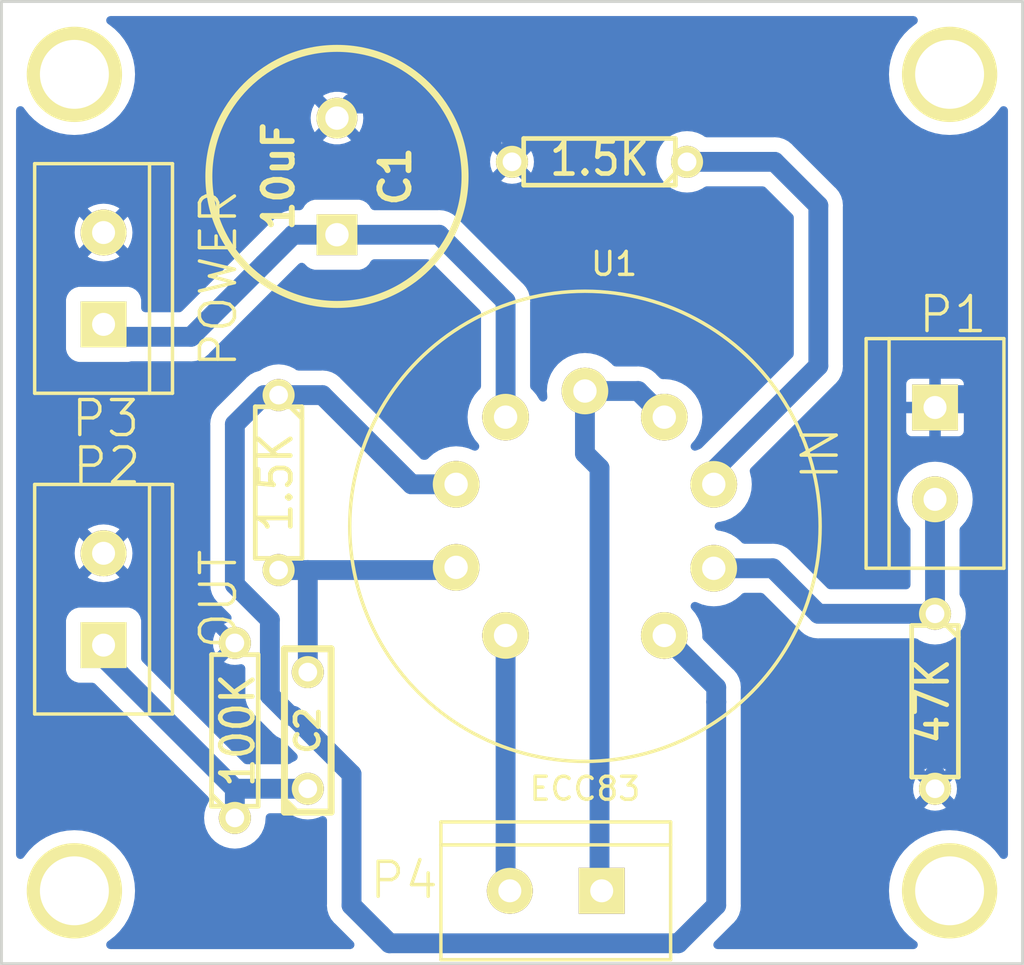
<source format=kicad_pcb>
(kicad_pcb (version 20221018) (generator pcbnew)
  (layers (0 "F.Cu" signal "Composant") (31 "B.Cu" signal "Cuivre") (34 "B.Paste" user) (35 "F.Paste" user) (36 "B.SilkS" user "B.Silkscreen") (37 "F.SilkS" user "F.Silkscreen") (38 "B.Mask" user) (39 "F.Mask" user) (44 "Edge.Cuts" user))
  (net 0 "")
  (net 1 "GND")
  (net 2 "Net-(C1-Pad1)")
  (net 3 "Net-(C2-Pad1)")
  (net 4 "Net-(C2-Pad2)")
  (net 5 "Net-(P1-Pad2)")
  (net 6 "Net-(P4-Pad1)")
  (net 7 "Net-(P4-Pad2)")
  (net 8 "Net-(R1-Pad1)")
  (net 9 "Net-(R2-Pad1)")
  (net 10 "Net-(P5-Pad1)")
  (net 11 "Net-(P6-Pad1)")
  (net 12 "Net-(P7-Pad1)")
  (net 13 "Net-(P8-Pad1)")
  (footprint "discret:C2V10" (layer "F.Cu") (at 138.43 98.425 90)
    (fp_text reference "C1" (at 0 2.54 90) (layer "F.SilkS") (effects (font (size 1.27 1.27) (thickness 0.254))))
    (fp_text value "10uF" (at 0 -2.54 90) (layer "F.SilkS") (effects (font (size 1.27 1.27) (thickness 0.254))))
    (fp_circle (center 0 0) (end 4.826 -2.794) (stroke (width 0.3048)) (fill none) (layer "F.SilkS"))
    (pad "1" thru_hole rect (at -2.54 0 90) (size 1.778 1.778) (drill 1.016) (layers "*.Cu" "*.Mask" "F.SilkS") (net 2 "Net-(C1-Pad1)"))
    (pad "2" thru_hole circle (at 2.54 0 90) (size 1.778 1.778) (drill 1.016) (layers "*.Cu" "*.Mask" "F.SilkS") (net 1 "GND"))
  )
  (footprint "discret:C2" (layer "F.Cu") (at 137.16 122.555 90)
    (fp_text reference "C2" (at 0 0 90) (layer "F.SilkS") (effects (font (size 1.016 1.016) (thickness 0.2032))))
    (fp_text value "680nF" hide)
    (fp_line (start -3.556 -1.016) (end 3.556 -1.016) (stroke (width 0.3048)) (layer "F.SilkS"))
    (fp_line (start -3.556 -0.508) (end -3.048 -1.016) (stroke (width 0.3048)) (layer "F.SilkS"))
    (fp_line (start -3.556 1.016) (end -3.556 -1.016) (stroke (width 0.3048)) (layer "F.SilkS"))
    (fp_line (start 3.556 -1.016) (end 3.556 1.016) (stroke (width 0.3048)) (layer "F.SilkS"))
    (fp_line (start 3.556 1.016) (end -3.556 1.016) (stroke (width 0.3048)) (layer "F.SilkS"))
    (pad "1" thru_hole circle (at -2.54 0 90) (size 1.397 1.397) (drill 0.8128) (layers "*.Cu" "*.Mask" "F.SilkS") (net 3 "Net-(C2-Pad1)"))
    (pad "2" thru_hole circle (at 2.54 0 90) (size 1.397 1.397) (drill 0.8128) (layers "*.Cu" "*.Mask" "F.SilkS") (net 4 "Net-(C2-Pad2)"))
  )
  (footprint "connect:bornier2" (layer "F.Cu") (at 164.465 110.49 -90)
    (fp_text reference "P1" (at -6.05 -0.775) (layer "F.SilkS") (effects (font (size 1.524 1.524))))
    (fp_text value "IN" (at 0 5 270) (layer "F.SilkS") (effects (font (size 1.524 1.524))))
    (fp_line (start -5 -3) (end -5 3) (stroke (width 0.15)) (layer "F.SilkS"))
    (fp_line (start -5 3) (end 5 3) (stroke (width 0.15)) (layer "F.SilkS"))
    (fp_line (start 5 -3) (end -5 -3) (stroke (width 0.15)) (layer "F.SilkS"))
    (fp_line (start 5 2) (end -5 2) (stroke (width 0.15)) (layer "F.SilkS"))
    (fp_line (start 5 3) (end 5 -3) (stroke (width 0.15)) (layer "F.SilkS"))
    (pad "1" thru_hole rect (at -2 0 270) (size 2 2) (drill 1) (layers "*.Cu" "*.Mask" "F.SilkS") (net 1 "GND"))
    (pad "2" thru_hole circle (at 2 0 270) (size 2 2) (drill 1) (layers "*.Cu" "*.Mask" "F.SilkS") (net 5 "Net-(P1-Pad2)"))
  )
  (footprint "connect:bornier2" (layer "F.Cu") (at 128.27 116.84 90)
    (fp_text reference "P2" (at 5.81 0.14 180) (layer "F.SilkS") (effects (font (size 1.524 1.524))))
    (fp_text value "OUT" (at 0 5 90) (layer "F.SilkS") (effects (font (size 1.524 1.524))))
    (fp_line (start -5 -3) (end -5 3) (stroke (width 0.15)) (layer "F.SilkS"))
    (fp_line (start -5 3) (end 5 3) (stroke (width 0.15)) (layer "F.SilkS"))
    (fp_line (start 5 -3) (end -5 -3) (stroke (width 0.15)) (layer "F.SilkS"))
    (fp_line (start 5 2) (end -5 2) (stroke (width 0.15)) (layer "F.SilkS"))
    (fp_line (start 5 3) (end 5 -3) (stroke (width 0.15)) (layer "F.SilkS"))
    (pad "1" thru_hole rect (at -2 0 90) (size 2 2) (drill 1) (layers "*.Cu" "*.Mask" "F.SilkS") (net 3 "Net-(C2-Pad1)"))
    (pad "2" thru_hole circle (at 2 0 90) (size 2 2) (drill 1) (layers "*.Cu" "*.Mask" "F.SilkS") (net 1 "GND"))
  )
  (footprint "connect:bornier2" (layer "F.Cu") (at 128.27 102.87 90)
    (fp_text reference "P3" (at -6.1 0.09 180) (layer "F.SilkS") (effects (font (size 1.524 1.524))))
    (fp_text value "POWER" (at 0 5 90) (layer "F.SilkS") (effects (font (size 1.524 1.524))))
    (fp_line (start -5 -3) (end -5 3) (stroke (width 0.15)) (layer "F.SilkS"))
    (fp_line (start -5 3) (end 5 3) (stroke (width 0.15)) (layer "F.SilkS"))
    (fp_line (start 5 -3) (end -5 -3) (stroke (width 0.15)) (layer "F.SilkS"))
    (fp_line (start 5 2) (end -5 2) (stroke (width 0.15)) (layer "F.SilkS"))
    (fp_line (start 5 3) (end 5 -3) (stroke (width 0.15)) (layer "F.SilkS"))
    (pad "1" thru_hole rect (at -2 0 90) (size 2 2) (drill 1) (layers "*.Cu" "*.Mask" "F.SilkS") (net 2 "Net-(C1-Pad1)"))
    (pad "2" thru_hole circle (at 2 0 90) (size 2 2) (drill 1) (layers "*.Cu" "*.Mask" "F.SilkS") (net 1 "GND"))
  )
  (footprint "connect:bornier2" (layer "F.Cu") (at 147.955 129.54 180)
    (fp_text reference "P4" (at 6.605 0.46 180) (layer "F.SilkS") (effects (font (size 1.524 1.524))))
    (fp_text value "CONN_2" hide)
    (fp_line (start -5 -3) (end -5 3) (stroke (width 0.15)) (layer "F.SilkS"))
    (fp_line (start -5 3) (end 5 3) (stroke (width 0.15)) (layer "F.SilkS"))
    (fp_line (start 5 -3) (end -5 -3) (stroke (width 0.15)) (layer "F.SilkS"))
    (fp_line (start 5 2) (end -5 2) (stroke (width 0.15)) (layer "F.SilkS"))
    (fp_line (start 5 3) (end 5 -3) (stroke (width 0.15)) (layer "F.SilkS"))
    (pad "1" thru_hole rect (at -2 0 180) (size 2 2) (drill 1) (layers "*.Cu" "*.Mask" "F.SilkS") (net 6 "Net-(P4-Pad1)"))
    (pad "2" thru_hole circle (at 2 0 180) (size 2 2) (drill 1) (layers "*.Cu" "*.Mask" "F.SilkS") (net 7 "Net-(P4-Pad2)"))
  )
  (footprint "connect:1pin" (layer "F.Cu") (at 127 93.98)
    (fp_text reference "P5" hide)
    (fp_text value "CONN_1" hide)
    (fp_circle (center 0 0) (end 0 -2) (stroke (width 0.15)) (fill none) (layer "F.SilkS"))
    (pad "1" thru_hole circle (at 0 0) (size 4 4) (drill 3) (layers "*.Cu" "*.Mask" "F.SilkS") (net 10 "Net-(P5-Pad1)"))
  )
  (footprint "connect:1pin" (layer "F.Cu") (at 165.1 93.98)
    (fp_text reference "P6" hide)
    (fp_text value "CONN_1" hide)
    (fp_circle (center 0 0) (end 0 -2) (stroke (width 0.15)) (fill none) (layer "F.SilkS"))
    (pad "1" thru_hole circle (at 0 0) (size 4 4) (drill 3) (layers "*.Cu" "*.Mask" "F.SilkS") (net 11 "Net-(P6-Pad1)"))
  )
  (footprint "connect:1pin" (layer "F.Cu") (at 165.1 129.54)
    (fp_text reference "P7" hide)
    (fp_text value "CONN_1" hide)
    (fp_circle (center 0 0) (end 0 -2) (stroke (width 0.15)) (fill none) (layer "F.SilkS"))
    (pad "1" thru_hole circle (at 0 0) (size 4 4) (drill 3) (layers "*.Cu" "*.Mask" "F.SilkS") (net 12 "Net-(P7-Pad1)"))
  )
  (footprint "connect:1pin" (layer "F.Cu") (at 127 129.54)
    (fp_text reference "P8" hide)
    (fp_text value "CONN_1" hide)
    (fp_circle (center 0 0) (end 0 -2) (stroke (width 0.15)) (fill none) (layer "F.SilkS"))
    (pad "1" thru_hole circle (at 0 0) (size 4 4) (drill 3) (layers "*.Cu" "*.Mask" "F.SilkS") (net 13 "Net-(P8-Pad1)"))
  )
  (footprint "discret:R3" (layer "F.Cu") (at 135.89 111.76 -90)
    (fp_text reference "R1" hide)
    (fp_text value "1.5K" (at 0 0.127 270) (layer "F.SilkS") (effects (font (size 1.397 1.27) (thickness 0.2032))))
    (fp_line (start -3.81 0) (end -3.302 0) (stroke (width 0.2032)) (layer "F.SilkS"))
    (fp_line (start -3.302 -1.016) (end -3.302 1.016) (stroke (width 0.2032)) (layer "F.SilkS"))
    (fp_line (start -3.302 -0.508) (end -2.794 -1.016) (stroke (width 0.2032)) (layer "F.SilkS"))
    (fp_line (start -3.302 1.016) (end 3.302 1.016) (stroke (width 0.2032)) (layer "F.SilkS"))
    (fp_line (start 3.302 -1.016) (end -3.302 -1.016) (stroke (width 0.2032)) (layer "F.SilkS"))
    (fp_line (start 3.302 0) (end 3.302 -1.016) (stroke (width 0.2032)) (layer "F.SilkS"))
    (fp_line (start 3.302 1.016) (end 3.302 0) (stroke (width 0.2032)) (layer "F.SilkS"))
    (fp_line (start 3.81 0) (end 3.302 0) (stroke (width 0.2032)) (layer "F.SilkS"))
    (pad "1" thru_hole circle (at -3.81 0 270) (size 1.397 1.397) (drill 0.8128) (layers "*.Cu" "*.Mask" "F.SilkS") (net 8 "Net-(R1-Pad1)"))
    (pad "2" thru_hole circle (at 3.81 0 270) (size 1.397 1.397) (drill 0.8128) (layers "*.Cu" "*.Mask" "F.SilkS") (net 4 "Net-(C2-Pad2)"))
  )
  (footprint "discret:R3" (layer "F.Cu") (at 149.86 97.79 180)
    (fp_text reference "R2" hide)
    (fp_text value "1.5K" (at 0 0.127 180) (layer "F.SilkS") (effects (font (size 1.397 1.27) (thickness 0.2032))))
    (fp_line (start -3.81 0) (end -3.302 0) (stroke (width 0.2032)) (layer "F.SilkS"))
    (fp_line (start -3.302 -1.016) (end -3.302 1.016) (stroke (width 0.2032)) (layer "F.SilkS"))
    (fp_line (start -3.302 -0.508) (end -2.794 -1.016) (stroke (width 0.2032)) (layer "F.SilkS"))
    (fp_line (start -3.302 1.016) (end 3.302 1.016) (stroke (width 0.2032)) (layer "F.SilkS"))
    (fp_line (start 3.302 -1.016) (end -3.302 -1.016) (stroke (width 0.2032)) (layer "F.SilkS"))
    (fp_line (start 3.302 0) (end 3.302 -1.016) (stroke (width 0.2032)) (layer "F.SilkS"))
    (fp_line (start 3.302 1.016) (end 3.302 0) (stroke (width 0.2032)) (layer "F.SilkS"))
    (fp_line (start 3.81 0) (end 3.302 0) (stroke (width 0.2032)) (layer "F.SilkS"))
    (pad "1" thru_hole circle (at -3.81 0 180) (size 1.397 1.397) (drill 0.8128) (layers "*.Cu" "*.Mask" "F.SilkS") (net 9 "Net-(R2-Pad1)"))
    (pad "2" thru_hole circle (at 3.81 0 180) (size 1.397 1.397) (drill 0.8128) (layers "*.Cu" "*.Mask" "F.SilkS") (net 1 "GND"))
  )
  (footprint "discret:R3" (layer "F.Cu") (at 133.985 122.555 90)
    (fp_text reference "R3" hide)
    (fp_text value "100K" (at 0 0.127 90) (layer "F.SilkS") (effects (font (size 1.397 1.27) (thickness 0.2032))))
    (fp_line (start -3.81 0) (end -3.302 0) (stroke (width 0.2032)) (layer "F.SilkS"))
    (fp_line (start -3.302 -1.016) (end -3.302 1.016) (stroke (width 0.2032)) (layer "F.SilkS"))
    (fp_line (start -3.302 -0.508) (end -2.794 -1.016) (stroke (width 0.2032)) (layer "F.SilkS"))
    (fp_line (start -3.302 1.016) (end 3.302 1.016) (stroke (width 0.2032)) (layer "F.SilkS"))
    (fp_line (start 3.302 -1.016) (end -3.302 -1.016) (stroke (width 0.2032)) (layer "F.SilkS"))
    (fp_line (start 3.302 0) (end 3.302 -1.016) (stroke (width 0.2032)) (layer "F.SilkS"))
    (fp_line (start 3.302 1.016) (end 3.302 0) (stroke (width 0.2032)) (layer "F.SilkS"))
    (fp_line (start 3.81 0) (end 3.302 0) (stroke (width 0.2032)) (layer "F.SilkS"))
    (pad "1" thru_hole circle (at -3.81 0 90) (size 1.397 1.397) (drill 0.8128) (layers "*.Cu" "*.Mask" "F.SilkS") (net 3 "Net-(C2-Pad1)"))
    (pad "2" thru_hole circle (at 3.81 0 90) (size 1.397 1.397) (drill 0.8128) (layers "*.Cu" "*.Mask" "F.SilkS") (net 1 "GND"))
  )
  (footprint "discret:R3" (layer "F.Cu") (at 164.465 121.285 -90)
    (fp_text reference "R4" hide)
    (fp_text value "47K" (at 0 0.127 270) (layer "F.SilkS") (effects (font (size 1.397 1.27) (thickness 0.2032))))
    (fp_line (start -3.81 0) (end -3.302 0) (stroke (width 0.2032)) (layer "F.SilkS"))
    (fp_line (start -3.302 -1.016) (end -3.302 1.016) (stroke (width 0.2032)) (layer "F.SilkS"))
    (fp_line (start -3.302 -0.508) (end -2.794 -1.016) (stroke (width 0.2032)) (layer "F.SilkS"))
    (fp_line (start -3.302 1.016) (end 3.302 1.016) (stroke (width 0.2032)) (layer "F.SilkS"))
    (fp_line (start 3.302 -1.016) (end -3.302 -1.016) (stroke (width 0.2032)) (layer "F.SilkS"))
    (fp_line (start 3.302 0) (end 3.302 -1.016) (stroke (width 0.2032)) (layer "F.SilkS"))
    (fp_line (start 3.302 1.016) (end 3.302 0) (stroke (width 0.2032)) (layer "F.SilkS"))
    (fp_line (start 3.81 0) (end 3.302 0) (stroke (width 0.2032)) (layer "F.SilkS"))
    (pad "1" thru_hole circle (at -3.81 0 270) (size 1.397 1.397) (drill 0.8128) (layers "*.Cu" "*.Mask" "F.SilkS") (net 5 "Net-(P1-Pad2)"))
    (pad "2" thru_hole circle (at 3.81 0 270) (size 1.397 1.397) (drill 0.8128) (layers "*.Cu" "*.Mask" "F.SilkS") (net 1 "GND"))
  )
  (footprint "Valves:VALVE-ECC-83-1" (layer "F.Cu") (at 149.225 113.665)
    (fp_text reference "U1" (at 1.27 -11.43) (layer "F.SilkS"))
    (fp_text value "ECC83" (at 0 11.43) (layer "F.SilkS"))
    (fp_circle (center 0 0) (end 10.16 1.27) (stroke (width 0.15)) (fill none) (layer "F.SilkS"))
    (pad "1" thru_hole circle (at 3.4544 4.75488) (size 2.032 2.032) (drill 1.016) (layers "*.Cu" "*.Mask" "F.SilkS") (net 8 "Net-(R1-Pad1)"))
    (pad "2" thru_hole circle (at 5.60832 1.8288) (size 2.032 2.032) (drill 1.016) (layers "*.Cu" "*.Mask" "F.SilkS") (net 5 "Net-(P1-Pad2)"))
    (pad "3" thru_hole circle (at 5.60832 -1.8288) (size 2.032 2.032) (drill 1.016) (layers "*.Cu" "*.Mask" "F.SilkS") (net 9 "Net-(R2-Pad1)"))
    (pad "4" thru_hole circle (at 3.4544 -4.75488) (size 2.032 2.032) (drill 1.016) (layers "*.Cu" "*.Mask" "F.SilkS") (net 6 "Net-(P4-Pad1)"))
    (pad "5" thru_hole circle (at 0 -5.8928) (size 2.032 2.032) (drill 1.016) (layers "*.Cu" "*.Mask" "F.SilkS") (net 6 "Net-(P4-Pad1)"))
    (pad "6" thru_hole circle (at -3.4544 -4.75488) (size 2.032 2.032) (drill 1.016) (layers "*.Cu" "*.Mask" "F.SilkS") (net 2 "Net-(C1-Pad1)"))
    (pad "7" thru_hole circle (at -5.60832 -1.8288) (size 2.032 2.032) (drill 1.016) (layers "*.Cu" "*.Mask" "F.SilkS") (net 8 "Net-(R1-Pad1)"))
    (pad "8" thru_hole circle (at -5.60832 1.78816) (size 2.032 2.032) (drill 1.016) (layers "*.Cu" "*.Mask" "F.SilkS") (net 4 "Net-(C2-Pad2)"))
    (pad "9" thru_hole circle (at -3.4544 4.75488) (size 2.032 2.032) (drill 1.016) (layers "*.Cu" "*.Mask" "F.SilkS") (net 7 "Net-(P4-Pad2)"))
  )
  (gr_line (start 123.825 132.715) (end 168.275 132.715) (stroke (width 0.127)) (layer "Edge.Cuts"))
  (gr_line (start 168.275 90.805) (end 168.275 132.715) (stroke (width 0.127)) (layer "Edge.Cuts"))
  (gr_line (start 168.275 90.805) (end 123.825 90.805) (stroke (width 0.127)) (layer "Edge.Cuts"))
  (gr_line (start 123.825 90.805) (end 123.825 132.715) (stroke (width 0.127)) (layer "Edge.Cuts"))
  (segment (start 142.24 95.25) (end 146.05 95.25) (width 0.8636) (layer "B.Cu") (net 1))
  (segment (start 139.065 95.25) (end 142.24 95.25) (width 0.8636) (layer "B.Cu") (net 1))
  (segment (start 164.465 125.095) (end 164.465 124.46) (width 0.8636) (layer "B.Cu") (net 1))
  (segment (start 138.43 95.885) (end 139.065 95.25) (width 0.8636) (layer "B.Cu") (net 1))
  (segment (start 146.05 97.79) (end 146.05 95.25) (width 0.8636) (layer "B.Cu") (net 1))
  (segment (start 164.465 107.95) (end 165.735 107.95) (width 0.8636) (layer "B.Cu") (net 1))
  (segment (start 142.875 100.965) (end 138.43 100.965) (width 0.8636) (layer "B.Cu") (net 2))
  (segment (start 138.43 100.965) (end 136.525 100.965) (width 0.8636) (layer "B.Cu") (net 2))
  (segment (start 145.7706 103.8606) (end 142.875 100.965) (width 0.8636) (layer "B.Cu") (net 2))
  (segment (start 128.27 105.41) (end 132.08 105.41) (width 0.8636) (layer "B.Cu") (net 2))
  (segment (start 145.7706 108.91012) (end 145.7706 103.8606) (width 0.8636) (layer "B.Cu") (net 2))
  (segment (start 132.08 105.41) (end 135.255 102.235) (width 0.8636) (layer "B.Cu") (net 2))
  (segment (start 136.525 100.965) (end 135.255 102.235) (width 0.8636) (layer "B.Cu") (net 2))
  (segment (start 137.16 125.095) (end 133.985 125.095) (width 0.8636) (layer "B.Cu") (net 3))
  (segment (start 133.985 126.365) (end 133.985 125.095) (width 0.8636) (layer "B.Cu") (net 3))
  (segment (start 133.985 125.095) (end 128.27 119.38) (width 0.8636) (layer "B.Cu") (net 3))
  (segment (start 137.16 120.015) (end 137.16 115.57) (width 0.8636) (layer "B.Cu") (net 4))
  (segment (start 143.49984 115.57) (end 143.61668 115.45316) (width 0.8636) (layer "B.Cu") (net 4))
  (segment (start 137.16 115.57) (end 143.49984 115.57) (width 0.8636) (layer "B.Cu") (net 4))
  (segment (start 135.89 115.57) (end 137.16 115.57) (width 0.8636) (layer "B.Cu") (net 4))
  (segment (start 164.465 117.475) (end 164.465 113.03) (width 0.8636) (layer "B.Cu") (net 5))
  (segment (start 157.4038 115.4938) (end 159.385 117.475) (width 0.8636) (layer "B.Cu") (net 5))
  (segment (start 154.83332 115.4938) (end 157.4038 115.4938) (width 0.8636) (layer "B.Cu") (net 5))
  (segment (start 159.385 117.475) (end 164.465 117.475) (width 0.8636) (layer "B.Cu") (net 5))
  (segment (start 149.86 111.125) (end 149.86 128.905) (width 0.8636) (layer "B.Cu") (net 6))
  (segment (start 149.225 107.7722) (end 149.225 110.49) (width 0.8636) (layer "B.Cu") (net 6))
  (segment (start 151.54148 107.7722) (end 152.6794 108.91012) (width 0.8636) (layer "B.Cu") (net 6))
  (segment (start 149.225 110.49) (end 149.86 111.125) (width 0.8636) (layer "B.Cu") (net 6))
  (segment (start 149.86 128.905) (end 150.495 129.54) (width 0.8636) (layer "B.Cu") (net 6))
  (segment (start 149.225 107.7722) (end 151.54148 107.7722) (width 0.8636) (layer "B.Cu") (net 6))
  (segment (start 145.7706 118.41988) (end 145.7706 129.1844) (width 0.8636) (layer "B.Cu") (net 7))
  (segment (start 145.7706 129.1844) (end 145.415 129.54) (width 0.8636) (layer "B.Cu") (net 7))
  (segment (start 135.89 107.95) (end 137.795 107.95) (width 0.8636) (layer "B.Cu") (net 8))
  (segment (start 133.985 109.22) (end 133.985 116.205) (width 0.8636) (layer "B.Cu") (net 8))
  (segment (start 154.94 120.68048) (end 152.6794 118.41988) (width 0.8636) (layer "B.Cu") (net 8))
  (segment (start 141.6812 111.8362) (end 137.795 107.95) (width 0.8636) (layer "B.Cu") (net 8))
  (segment (start 153.289 131.826) (end 154.94 130.175) (width 0.8636) (layer "B.Cu") (net 8))
  (segment (start 135.509 117.729) (end 133.985 116.205) (width 0.8636) (layer "B.Cu") (net 8))
  (segment (start 154.94 130.175) (end 154.94 121.31548) (width 0.8636) (layer "B.Cu") (net 8))
  (segment (start 136.525 121.92) (end 136.398 121.92) (width 0.8636) (layer "B.Cu") (net 8))
  (segment (start 135.509 121.031) (end 135.509 117.729) (width 0.8636) (layer "B.Cu") (net 8))
  (segment (start 143.61668 111.8362) (end 141.6812 111.8362) (width 0.8636) (layer "B.Cu") (net 8))
  (segment (start 154.94 121.31548) (end 154.94 120.68048) (width 0.8636) (layer "B.Cu") (net 8))
  (segment (start 136.525 121.92) (end 139.065 124.46) (width 0.8636) (layer "B.Cu") (net 8))
  (segment (start 154.94 121.31548) (end 154.94 121.31548) (width 0.8636) (layer "B.Cu") (net 8))
  (segment (start 139.065 124.46) (end 139.065 130.175) (width 0.8636) (layer "B.Cu") (net 8))
  (segment (start 135.89 107.95) (end 135.255 107.95) (width 0.8636) (layer "B.Cu") (net 8))
  (segment (start 139.065 130.175) (end 140.335 131.445) (width 0.8636) (layer "B.Cu") (net 8))
  (segment (start 140.716 131.826) (end 153.289 131.826) (width 0.8636) (layer "B.Cu") (net 8))
  (segment (start 136.398 121.92) (end 135.509 121.031) (width 0.8636) (layer "B.Cu") (net 8))
  (segment (start 140.335 131.445) (end 140.716 131.826) (width 0.8636) (layer "B.Cu") (net 8))
  (segment (start 135.255 107.95) (end 133.985 109.22) (width 0.8636) (layer "B.Cu") (net 8))
  (segment (start 159.385 106.68) (end 159.385 99.695) (width 0.8636) (layer "B.Cu") (net 9))
  (segment (start 153.67 97.79) (end 157.48 97.79) (width 0.8636) (layer "B.Cu") (net 9))
  (segment (start 157.48 97.79) (end 159.385 99.695) (width 0.8636) (layer "B.Cu") (net 9))
  (segment (start 154.83332 111.23168) (end 159.385 106.68) (width 0.8636) (layer "B.Cu") (net 9))
  (segment (start 154.83332 111.8362) (end 154.83332 111.23168) (width 0.8636) (layer "B.Cu") (net 9))
  (zone (net 1) (net_name "GND") (layer "B.Cu") (connect_pads (clearance 0.635)) (min_thickness 0.381) (fill yes (thermal_gap 0.254) (thermal_bridge_width 0.50038))
    (polygon (pts (xy 167.64 132.08) (xy 167.64 91.44) (xy 124.46 91.44) (xy 124.46 132.08)))
  )
)
</source>
